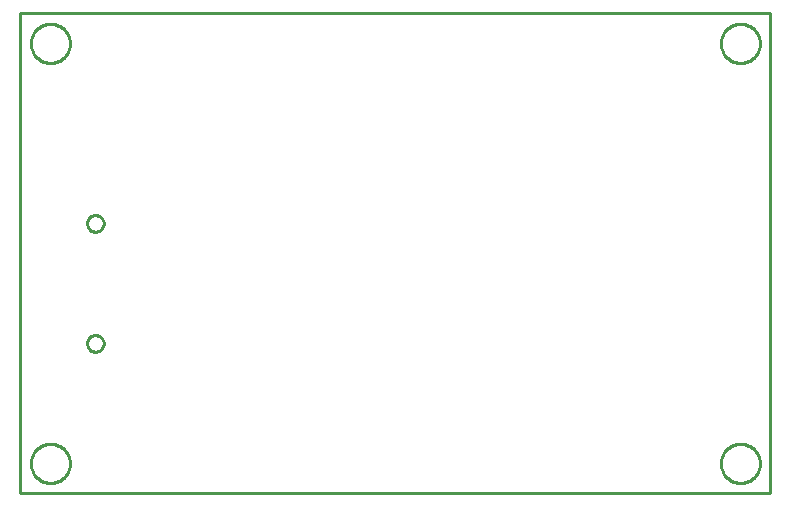
<source format=gbr>
G04 EAGLE Gerber RS-274X export*
G75*
%MOMM*%
%FSLAX34Y34*%
%LPD*%
%IN*%
%IPPOS*%
%AMOC8*
5,1,8,0,0,1.08239X$1,22.5*%
G01*
%ADD10C,0.254000*%


D10*
X0Y0D02*
X635000Y0D01*
X635000Y406400D01*
X0Y406400D01*
X0Y0D01*
X41910Y24860D02*
X41839Y23781D01*
X41698Y22709D01*
X41487Y21649D01*
X41208Y20605D01*
X40860Y19581D01*
X40446Y18583D01*
X39968Y17613D01*
X39428Y16677D01*
X38827Y15778D01*
X38169Y14921D01*
X37457Y14108D01*
X36692Y13344D01*
X35879Y12631D01*
X35022Y11973D01*
X34123Y11372D01*
X33187Y10832D01*
X32217Y10354D01*
X31219Y9940D01*
X30195Y9592D01*
X29151Y9313D01*
X28091Y9102D01*
X27019Y8961D01*
X25940Y8890D01*
X24860Y8890D01*
X23781Y8961D01*
X22709Y9102D01*
X21649Y9313D01*
X20605Y9592D01*
X19581Y9940D01*
X18583Y10354D01*
X17613Y10832D01*
X16677Y11372D01*
X15778Y11973D01*
X14921Y12631D01*
X14108Y13344D01*
X13344Y14108D01*
X12631Y14921D01*
X11973Y15778D01*
X11372Y16677D01*
X10832Y17613D01*
X10354Y18583D01*
X9940Y19581D01*
X9592Y20605D01*
X9313Y21649D01*
X9102Y22709D01*
X8961Y23781D01*
X8890Y24860D01*
X8890Y25940D01*
X8961Y27019D01*
X9102Y28091D01*
X9313Y29151D01*
X9592Y30195D01*
X9940Y31219D01*
X10354Y32217D01*
X10832Y33187D01*
X11372Y34123D01*
X11973Y35022D01*
X12631Y35879D01*
X13344Y36692D01*
X14108Y37457D01*
X14921Y38169D01*
X15778Y38827D01*
X16677Y39428D01*
X17613Y39968D01*
X18583Y40446D01*
X19581Y40860D01*
X20605Y41208D01*
X21649Y41487D01*
X22709Y41698D01*
X23781Y41839D01*
X24860Y41910D01*
X25940Y41910D01*
X27019Y41839D01*
X28091Y41698D01*
X29151Y41487D01*
X30195Y41208D01*
X31219Y40860D01*
X32217Y40446D01*
X33187Y39968D01*
X34123Y39428D01*
X35022Y38827D01*
X35879Y38169D01*
X36692Y37457D01*
X37457Y36692D01*
X38169Y35879D01*
X38827Y35022D01*
X39428Y34123D01*
X39968Y33187D01*
X40446Y32217D01*
X40860Y31219D01*
X41208Y30195D01*
X41487Y29151D01*
X41698Y28091D01*
X41839Y27019D01*
X41910Y25940D01*
X41910Y24860D01*
X626110Y24860D02*
X626039Y23781D01*
X625898Y22709D01*
X625687Y21649D01*
X625408Y20605D01*
X625060Y19581D01*
X624646Y18583D01*
X624168Y17613D01*
X623628Y16677D01*
X623027Y15778D01*
X622369Y14921D01*
X621657Y14108D01*
X620892Y13344D01*
X620079Y12631D01*
X619222Y11973D01*
X618323Y11372D01*
X617387Y10832D01*
X616417Y10354D01*
X615419Y9940D01*
X614395Y9592D01*
X613351Y9313D01*
X612291Y9102D01*
X611219Y8961D01*
X610140Y8890D01*
X609060Y8890D01*
X607981Y8961D01*
X606909Y9102D01*
X605849Y9313D01*
X604805Y9592D01*
X603781Y9940D01*
X602783Y10354D01*
X601813Y10832D01*
X600877Y11372D01*
X599978Y11973D01*
X599121Y12631D01*
X598308Y13344D01*
X597544Y14108D01*
X596831Y14921D01*
X596173Y15778D01*
X595572Y16677D01*
X595032Y17613D01*
X594554Y18583D01*
X594140Y19581D01*
X593792Y20605D01*
X593513Y21649D01*
X593302Y22709D01*
X593161Y23781D01*
X593090Y24860D01*
X593090Y25940D01*
X593161Y27019D01*
X593302Y28091D01*
X593513Y29151D01*
X593792Y30195D01*
X594140Y31219D01*
X594554Y32217D01*
X595032Y33187D01*
X595572Y34123D01*
X596173Y35022D01*
X596831Y35879D01*
X597544Y36692D01*
X598308Y37457D01*
X599121Y38169D01*
X599978Y38827D01*
X600877Y39428D01*
X601813Y39968D01*
X602783Y40446D01*
X603781Y40860D01*
X604805Y41208D01*
X605849Y41487D01*
X606909Y41698D01*
X607981Y41839D01*
X609060Y41910D01*
X610140Y41910D01*
X611219Y41839D01*
X612291Y41698D01*
X613351Y41487D01*
X614395Y41208D01*
X615419Y40860D01*
X616417Y40446D01*
X617387Y39968D01*
X618323Y39428D01*
X619222Y38827D01*
X620079Y38169D01*
X620892Y37457D01*
X621657Y36692D01*
X622369Y35879D01*
X623027Y35022D01*
X623628Y34123D01*
X624168Y33187D01*
X624646Y32217D01*
X625060Y31219D01*
X625408Y30195D01*
X625687Y29151D01*
X625898Y28091D01*
X626039Y27019D01*
X626110Y25940D01*
X626110Y24860D01*
X41910Y380460D02*
X41839Y379381D01*
X41698Y378309D01*
X41487Y377249D01*
X41208Y376205D01*
X40860Y375181D01*
X40446Y374183D01*
X39968Y373213D01*
X39428Y372277D01*
X38827Y371378D01*
X38169Y370521D01*
X37457Y369708D01*
X36692Y368944D01*
X35879Y368231D01*
X35022Y367573D01*
X34123Y366972D01*
X33187Y366432D01*
X32217Y365954D01*
X31219Y365540D01*
X30195Y365192D01*
X29151Y364913D01*
X28091Y364702D01*
X27019Y364561D01*
X25940Y364490D01*
X24860Y364490D01*
X23781Y364561D01*
X22709Y364702D01*
X21649Y364913D01*
X20605Y365192D01*
X19581Y365540D01*
X18583Y365954D01*
X17613Y366432D01*
X16677Y366972D01*
X15778Y367573D01*
X14921Y368231D01*
X14108Y368944D01*
X13344Y369708D01*
X12631Y370521D01*
X11973Y371378D01*
X11372Y372277D01*
X10832Y373213D01*
X10354Y374183D01*
X9940Y375181D01*
X9592Y376205D01*
X9313Y377249D01*
X9102Y378309D01*
X8961Y379381D01*
X8890Y380460D01*
X8890Y381540D01*
X8961Y382619D01*
X9102Y383691D01*
X9313Y384751D01*
X9592Y385795D01*
X9940Y386819D01*
X10354Y387817D01*
X10832Y388787D01*
X11372Y389723D01*
X11973Y390622D01*
X12631Y391479D01*
X13344Y392292D01*
X14108Y393057D01*
X14921Y393769D01*
X15778Y394427D01*
X16677Y395028D01*
X17613Y395568D01*
X18583Y396046D01*
X19581Y396460D01*
X20605Y396808D01*
X21649Y397087D01*
X22709Y397298D01*
X23781Y397439D01*
X24860Y397510D01*
X25940Y397510D01*
X27019Y397439D01*
X28091Y397298D01*
X29151Y397087D01*
X30195Y396808D01*
X31219Y396460D01*
X32217Y396046D01*
X33187Y395568D01*
X34123Y395028D01*
X35022Y394427D01*
X35879Y393769D01*
X36692Y393057D01*
X37457Y392292D01*
X38169Y391479D01*
X38827Y390622D01*
X39428Y389723D01*
X39968Y388787D01*
X40446Y387817D01*
X40860Y386819D01*
X41208Y385795D01*
X41487Y384751D01*
X41698Y383691D01*
X41839Y382619D01*
X41910Y381540D01*
X41910Y380460D01*
X626110Y380460D02*
X626039Y379381D01*
X625898Y378309D01*
X625687Y377249D01*
X625408Y376205D01*
X625060Y375181D01*
X624646Y374183D01*
X624168Y373213D01*
X623628Y372277D01*
X623027Y371378D01*
X622369Y370521D01*
X621657Y369708D01*
X620892Y368944D01*
X620079Y368231D01*
X619222Y367573D01*
X618323Y366972D01*
X617387Y366432D01*
X616417Y365954D01*
X615419Y365540D01*
X614395Y365192D01*
X613351Y364913D01*
X612291Y364702D01*
X611219Y364561D01*
X610140Y364490D01*
X609060Y364490D01*
X607981Y364561D01*
X606909Y364702D01*
X605849Y364913D01*
X604805Y365192D01*
X603781Y365540D01*
X602783Y365954D01*
X601813Y366432D01*
X600877Y366972D01*
X599978Y367573D01*
X599121Y368231D01*
X598308Y368944D01*
X597544Y369708D01*
X596831Y370521D01*
X596173Y371378D01*
X595572Y372277D01*
X595032Y373213D01*
X594554Y374183D01*
X594140Y375181D01*
X593792Y376205D01*
X593513Y377249D01*
X593302Y378309D01*
X593161Y379381D01*
X593090Y380460D01*
X593090Y381540D01*
X593161Y382619D01*
X593302Y383691D01*
X593513Y384751D01*
X593792Y385795D01*
X594140Y386819D01*
X594554Y387817D01*
X595032Y388787D01*
X595572Y389723D01*
X596173Y390622D01*
X596831Y391479D01*
X597544Y392292D01*
X598308Y393057D01*
X599121Y393769D01*
X599978Y394427D01*
X600877Y395028D01*
X601813Y395568D01*
X602783Y396046D01*
X603781Y396460D01*
X604805Y396808D01*
X605849Y397087D01*
X606909Y397298D01*
X607981Y397439D01*
X609060Y397510D01*
X610140Y397510D01*
X611219Y397439D01*
X612291Y397298D01*
X613351Y397087D01*
X614395Y396808D01*
X615419Y396460D01*
X616417Y396046D01*
X617387Y395568D01*
X618323Y395028D01*
X619222Y394427D01*
X620079Y393769D01*
X620892Y393057D01*
X621657Y392292D01*
X622369Y391479D01*
X623027Y390622D01*
X623628Y389723D01*
X624168Y388787D01*
X624646Y387817D01*
X625060Y386819D01*
X625408Y385795D01*
X625687Y384751D01*
X625898Y383691D01*
X626039Y382619D01*
X626110Y381540D01*
X626110Y380460D01*
X63156Y221600D02*
X62472Y221667D01*
X61797Y221802D01*
X61139Y222001D01*
X60504Y222264D01*
X59897Y222589D01*
X59325Y222971D01*
X58793Y223407D01*
X58307Y223893D01*
X57871Y224425D01*
X57489Y224997D01*
X57164Y225604D01*
X56901Y226239D01*
X56702Y226897D01*
X56567Y227572D01*
X56500Y228256D01*
X56500Y228944D01*
X56567Y229628D01*
X56702Y230303D01*
X56901Y230961D01*
X57164Y231597D01*
X57489Y232203D01*
X57871Y232775D01*
X58307Y233307D01*
X58793Y233793D01*
X59325Y234229D01*
X59897Y234611D01*
X60504Y234936D01*
X61139Y235199D01*
X61797Y235398D01*
X62472Y235533D01*
X63156Y235600D01*
X63844Y235600D01*
X64528Y235533D01*
X65203Y235398D01*
X65861Y235199D01*
X66497Y234936D01*
X67103Y234611D01*
X67675Y234229D01*
X68207Y233793D01*
X68693Y233307D01*
X69129Y232775D01*
X69511Y232203D01*
X69836Y231597D01*
X70099Y230961D01*
X70298Y230303D01*
X70433Y229628D01*
X70500Y228944D01*
X70500Y228256D01*
X70433Y227572D01*
X70298Y226897D01*
X70099Y226239D01*
X69836Y225604D01*
X69511Y224997D01*
X69129Y224425D01*
X68693Y223893D01*
X68207Y223407D01*
X67675Y222971D01*
X67103Y222589D01*
X66497Y222264D01*
X65861Y222001D01*
X65203Y221802D01*
X64528Y221667D01*
X63844Y221600D01*
X63156Y221600D01*
X63156Y120000D02*
X62472Y120067D01*
X61797Y120202D01*
X61139Y120401D01*
X60504Y120664D01*
X59897Y120989D01*
X59325Y121371D01*
X58793Y121807D01*
X58307Y122293D01*
X57871Y122825D01*
X57489Y123397D01*
X57164Y124004D01*
X56901Y124639D01*
X56702Y125297D01*
X56567Y125972D01*
X56500Y126656D01*
X56500Y127344D01*
X56567Y128028D01*
X56702Y128703D01*
X56901Y129361D01*
X57164Y129997D01*
X57489Y130603D01*
X57871Y131175D01*
X58307Y131707D01*
X58793Y132193D01*
X59325Y132629D01*
X59897Y133011D01*
X60504Y133336D01*
X61139Y133599D01*
X61797Y133798D01*
X62472Y133933D01*
X63156Y134000D01*
X63844Y134000D01*
X64528Y133933D01*
X65203Y133798D01*
X65861Y133599D01*
X66497Y133336D01*
X67103Y133011D01*
X67675Y132629D01*
X68207Y132193D01*
X68693Y131707D01*
X69129Y131175D01*
X69511Y130603D01*
X69836Y129997D01*
X70099Y129361D01*
X70298Y128703D01*
X70433Y128028D01*
X70500Y127344D01*
X70500Y126656D01*
X70433Y125972D01*
X70298Y125297D01*
X70099Y124639D01*
X69836Y124004D01*
X69511Y123397D01*
X69129Y122825D01*
X68693Y122293D01*
X68207Y121807D01*
X67675Y121371D01*
X67103Y120989D01*
X66497Y120664D01*
X65861Y120401D01*
X65203Y120202D01*
X64528Y120067D01*
X63844Y120000D01*
X63156Y120000D01*
M02*

</source>
